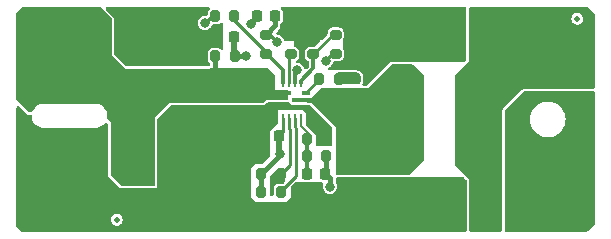
<source format=gtl>
G04 #@! TF.GenerationSoftware,KiCad,Pcbnew,8.0.5*
G04 #@! TF.CreationDate,2024-10-13T18:51:58+02:00*
G04 #@! TF.ProjectId,DCDC_converter,44434443-5f63-46f6-9e76-65727465722e,rev?*
G04 #@! TF.SameCoordinates,Original*
G04 #@! TF.FileFunction,Copper,L1,Top*
G04 #@! TF.FilePolarity,Positive*
%FSLAX46Y46*%
G04 Gerber Fmt 4.6, Leading zero omitted, Abs format (unit mm)*
G04 Created by KiCad (PCBNEW 8.0.5) date 2024-10-13 18:51:58*
%MOMM*%
%LPD*%
G01*
G04 APERTURE LIST*
G04 Aperture macros list*
%AMRoundRect*
0 Rectangle with rounded corners*
0 $1 Rounding radius*
0 $2 $3 $4 $5 $6 $7 $8 $9 X,Y pos of 4 corners*
0 Add a 4 corners polygon primitive as box body*
4,1,4,$2,$3,$4,$5,$6,$7,$8,$9,$2,$3,0*
0 Add four circle primitives for the rounded corners*
1,1,$1+$1,$2,$3*
1,1,$1+$1,$4,$5*
1,1,$1+$1,$6,$7*
1,1,$1+$1,$8,$9*
0 Add four rect primitives between the rounded corners*
20,1,$1+$1,$2,$3,$4,$5,0*
20,1,$1+$1,$4,$5,$6,$7,0*
20,1,$1+$1,$6,$7,$8,$9,0*
20,1,$1+$1,$8,$9,$2,$3,0*%
G04 Aperture macros list end*
G04 #@! TA.AperFunction,SMDPad,CuDef*
%ADD10R,2.413000X5.334000*%
G04 #@! TD*
G04 #@! TA.AperFunction,SMDPad,CuDef*
%ADD11C,0.500000*%
G04 #@! TD*
G04 #@! TA.AperFunction,SMDPad,CuDef*
%ADD12RoundRect,0.250000X0.250000X0.475000X-0.250000X0.475000X-0.250000X-0.475000X0.250000X-0.475000X0*%
G04 #@! TD*
G04 #@! TA.AperFunction,SMDPad,CuDef*
%ADD13RoundRect,0.200000X-0.200000X-0.275000X0.200000X-0.275000X0.200000X0.275000X-0.200000X0.275000X0*%
G04 #@! TD*
G04 #@! TA.AperFunction,SMDPad,CuDef*
%ADD14RoundRect,0.250000X-0.475000X0.250000X-0.475000X-0.250000X0.475000X-0.250000X0.475000X0.250000X0*%
G04 #@! TD*
G04 #@! TA.AperFunction,SMDPad,CuDef*
%ADD15RoundRect,0.200000X-0.275000X0.200000X-0.275000X-0.200000X0.275000X-0.200000X0.275000X0.200000X0*%
G04 #@! TD*
G04 #@! TA.AperFunction,SMDPad,CuDef*
%ADD16RoundRect,0.200000X0.275000X-0.200000X0.275000X0.200000X-0.275000X0.200000X-0.275000X-0.200000X0*%
G04 #@! TD*
G04 #@! TA.AperFunction,SMDPad,CuDef*
%ADD17RoundRect,0.225000X0.225000X0.250000X-0.225000X0.250000X-0.225000X-0.250000X0.225000X-0.250000X0*%
G04 #@! TD*
G04 #@! TA.AperFunction,ComponentPad*
%ADD18O,1.700000X1.700000*%
G04 #@! TD*
G04 #@! TA.AperFunction,ComponentPad*
%ADD19R,1.700000X1.700000*%
G04 #@! TD*
G04 #@! TA.AperFunction,SMDPad,CuDef*
%ADD20RoundRect,0.200000X0.200000X0.275000X-0.200000X0.275000X-0.200000X-0.275000X0.200000X-0.275000X0*%
G04 #@! TD*
G04 #@! TA.AperFunction,ComponentPad*
%ADD21R,1.600000X1.600000*%
G04 #@! TD*
G04 #@! TA.AperFunction,ComponentPad*
%ADD22C,1.600000*%
G04 #@! TD*
G04 #@! TA.AperFunction,SMDPad,CuDef*
%ADD23RoundRect,0.218750X-0.218750X-0.256250X0.218750X-0.256250X0.218750X0.256250X-0.218750X0.256250X0*%
G04 #@! TD*
G04 #@! TA.AperFunction,SMDPad,CuDef*
%ADD24RoundRect,0.225000X0.250000X-0.225000X0.250000X0.225000X-0.250000X0.225000X-0.250000X-0.225000X0*%
G04 #@! TD*
G04 #@! TA.AperFunction,SMDPad,CuDef*
%ADD25RoundRect,0.225000X-0.250000X0.225000X-0.250000X-0.225000X0.250000X-0.225000X0.250000X0.225000X0*%
G04 #@! TD*
G04 #@! TA.AperFunction,SMDPad,CuDef*
%ADD26R,1.500000X0.300000*%
G04 #@! TD*
G04 #@! TA.AperFunction,SMDPad,CuDef*
%ADD27R,0.250000X0.700000*%
G04 #@! TD*
G04 #@! TA.AperFunction,SMDPad,CuDef*
%ADD28R,0.700000X0.300000*%
G04 #@! TD*
G04 #@! TA.AperFunction,ViaPad*
%ADD29C,0.600000*%
G04 #@! TD*
G04 #@! TA.AperFunction,ViaPad*
%ADD30C,0.450000*%
G04 #@! TD*
G04 #@! TA.AperFunction,ViaPad*
%ADD31C,0.800000*%
G04 #@! TD*
G04 #@! TA.AperFunction,Conductor*
%ADD32C,0.400000*%
G04 #@! TD*
G04 #@! TA.AperFunction,Conductor*
%ADD33C,0.500000*%
G04 #@! TD*
G04 #@! TA.AperFunction,Conductor*
%ADD34C,0.300000*%
G04 #@! TD*
G04 #@! TA.AperFunction,Conductor*
%ADD35C,0.250000*%
G04 #@! TD*
G04 #@! TA.AperFunction,Conductor*
%ADD36C,1.000000*%
G04 #@! TD*
G04 #@! TA.AperFunction,Conductor*
%ADD37C,0.200000*%
G04 #@! TD*
G04 APERTURE END LIST*
D10*
X82561000Y-60000000D03*
X89800000Y-60000000D03*
D11*
X59000000Y-68500000D03*
X98000000Y-51500000D03*
D12*
X89654998Y-53640000D03*
X87755000Y-53640000D03*
D13*
X67312500Y-51275000D03*
X68962500Y-51275000D03*
D14*
X68772500Y-57735000D03*
X68772500Y-59634998D03*
D12*
X89704998Y-68460000D03*
X87805000Y-68460000D03*
D15*
X77537500Y-52820000D03*
X77537500Y-54470000D03*
D16*
X73732500Y-54475000D03*
X73732500Y-52825000D03*
D17*
X68922500Y-53050000D03*
X67372500Y-53050000D03*
D13*
X71242500Y-64655000D03*
X72892500Y-64655000D03*
X67327500Y-54660000D03*
X68977500Y-54660000D03*
D18*
X96577500Y-64830000D03*
D19*
X94037500Y-64830000D03*
D18*
X96577500Y-54670000D03*
D19*
X94037500Y-54670000D03*
D20*
X76722500Y-63125000D03*
X75072500Y-63125000D03*
D21*
X61317500Y-64440000D03*
D22*
X63817500Y-64440000D03*
D23*
X70850000Y-51275000D03*
X72425000Y-51275000D03*
D24*
X79182500Y-58095000D03*
X79182500Y-56545000D03*
D18*
X53397500Y-67370000D03*
D19*
X55937500Y-67370000D03*
D13*
X71242500Y-66115000D03*
X72892500Y-66115000D03*
X75072500Y-61665000D03*
X76722500Y-61665000D03*
D16*
X71605000Y-54475000D03*
X71605000Y-52825000D03*
D17*
X76672500Y-64655000D03*
X75122500Y-64655000D03*
D14*
X66812500Y-57735002D03*
X66812500Y-59635000D03*
D18*
X53397500Y-52130000D03*
D19*
X55937500Y-52130000D03*
D12*
X89704998Y-66500000D03*
X87805000Y-66500000D03*
X89654999Y-51680000D03*
X87755001Y-51680000D03*
D25*
X70482500Y-57925000D03*
X70482500Y-59475000D03*
D14*
X64852500Y-57735002D03*
X64852500Y-59635000D03*
D13*
X76142500Y-56565000D03*
X77792500Y-56565000D03*
D26*
X73012500Y-57755000D03*
X73012500Y-59055000D03*
D27*
X73062500Y-59855000D03*
X73562500Y-59855000D03*
X74062500Y-59855000D03*
X74562500Y-59855000D03*
D28*
X75012500Y-59055000D03*
D26*
X74612500Y-58405000D03*
D28*
X75012500Y-57755000D03*
D27*
X74562500Y-56955000D03*
X74062500Y-56955000D03*
X73562500Y-56955000D03*
X73062500Y-56955000D03*
D17*
X72742500Y-61395000D03*
X71192500Y-61395000D03*
D16*
X75637500Y-54470000D03*
X75637500Y-52820000D03*
D29*
X67750000Y-64250000D03*
X51550000Y-61150000D03*
X65100000Y-53000000D03*
X70125000Y-60725000D03*
X75700000Y-51250000D03*
X56350000Y-62450000D03*
X62250000Y-68500000D03*
X56800000Y-64900000D03*
X68950000Y-61400000D03*
X71675000Y-60150000D03*
X64650000Y-68500000D03*
X69550000Y-62600000D03*
X92975000Y-59350000D03*
X67750000Y-66650000D03*
X60300000Y-53000000D03*
X84550000Y-68500000D03*
X63900000Y-51800000D03*
X53950000Y-63700000D03*
X57550000Y-61150000D03*
X75825000Y-60025000D03*
X81300000Y-66500000D03*
X81775000Y-51250000D03*
X85750000Y-68500000D03*
X57550000Y-63700000D03*
X71675000Y-59250000D03*
X66300000Y-66650000D03*
X83125000Y-52650000D03*
X52000000Y-64900000D03*
X55150000Y-61150000D03*
X79650000Y-54800000D03*
X98000000Y-59350000D03*
X98000000Y-61750000D03*
X62700000Y-53000000D03*
X71750000Y-68500000D03*
X93250000Y-68025000D03*
X81775000Y-54050000D03*
X61500000Y-51800000D03*
X65850000Y-68500000D03*
X85750000Y-66500000D03*
X52775000Y-62450000D03*
X76937500Y-60800000D03*
X61500000Y-54200000D03*
X63900000Y-54200000D03*
X80325000Y-52650000D03*
X84550000Y-66500000D03*
X66550000Y-61400000D03*
X97400000Y-68025000D03*
X67150000Y-62600000D03*
X76187500Y-61950000D03*
X85900000Y-54050000D03*
X51550000Y-63700000D03*
X66300000Y-64250000D03*
X85900000Y-51250000D03*
X74150000Y-68500000D03*
X53950000Y-61150000D03*
X80100000Y-66500000D03*
X81300000Y-68500000D03*
X78100000Y-51250000D03*
X55150000Y-63700000D03*
X61050000Y-68500000D03*
X70550000Y-68500000D03*
X80100000Y-68500000D03*
X92975000Y-61750000D03*
X75350000Y-68500000D03*
X59800000Y-63650000D03*
X60400000Y-56850000D03*
X61000000Y-61250000D03*
X71650000Y-57850000D03*
X52200000Y-55175000D03*
X69700000Y-58300000D03*
X65900000Y-56150000D03*
X69500000Y-56150000D03*
X68900000Y-56900000D03*
X67800000Y-58300000D03*
X70100000Y-56900000D03*
X60400000Y-58550000D03*
X67100000Y-56150000D03*
X53400000Y-57800000D03*
X58200000Y-55175000D03*
X57000000Y-55175000D03*
X57000000Y-57800000D03*
X71350000Y-56900000D03*
X67700000Y-56900000D03*
X65300000Y-56900000D03*
D30*
X73300000Y-58125000D03*
D29*
X52200000Y-57800000D03*
X68300000Y-56150000D03*
X70800000Y-56150000D03*
X59800000Y-62450000D03*
X58200000Y-57800000D03*
X53400000Y-55175000D03*
X64700000Y-56150000D03*
X65850000Y-58300000D03*
X54600000Y-56600000D03*
X62000000Y-57650000D03*
X66500000Y-56900000D03*
D30*
X72575000Y-58125000D03*
D29*
X59800000Y-60050000D03*
X59800000Y-64850000D03*
X61000000Y-62450000D03*
X55800000Y-56600000D03*
D31*
X69950000Y-54650000D03*
X74287500Y-55837500D03*
X72850000Y-62950000D03*
X72587500Y-53450000D03*
X76737500Y-55050000D03*
D29*
X98700000Y-56650000D03*
X95950000Y-51750000D03*
X91450000Y-53900000D03*
X92075000Y-57250000D03*
D31*
X77037500Y-65700000D03*
D29*
X89550000Y-64925000D03*
X94750000Y-51750000D03*
X92575000Y-51750000D03*
X90925000Y-64925000D03*
D31*
X90650000Y-67500000D03*
X70337500Y-51912500D03*
X66450000Y-51850000D03*
D32*
X67327500Y-54660000D02*
X67327500Y-55960000D01*
D33*
X68922500Y-53050000D02*
X68922500Y-54605000D01*
D32*
X69940000Y-54660000D02*
X68977500Y-54660000D01*
D33*
X68922500Y-54605000D02*
X68977500Y-54660000D01*
D34*
X74062500Y-56062500D02*
X74062500Y-56955000D01*
D32*
X69950000Y-54650000D02*
X69940000Y-54660000D01*
D35*
X69950000Y-54650000D02*
X69630000Y-54650000D01*
D34*
X74287500Y-55837500D02*
X74062500Y-56062500D01*
D33*
X72737500Y-62800000D02*
X72887500Y-62950000D01*
D34*
X76737500Y-55050000D02*
X77317500Y-54470000D01*
D32*
X72850000Y-63047500D02*
X71242500Y-64655000D01*
D34*
X71962500Y-52825000D02*
X72587500Y-53450000D01*
D32*
X72687500Y-62845000D02*
X72687500Y-63155000D01*
D33*
X72737500Y-61400000D02*
X72737500Y-62800000D01*
D32*
X72425000Y-52005000D02*
X71605000Y-52825000D01*
D33*
X72742500Y-61395000D02*
X72737500Y-61400000D01*
D35*
X73062500Y-59855000D02*
X73062500Y-61045000D01*
D34*
X77317500Y-54470000D02*
X77537500Y-54470000D01*
D35*
X73062500Y-61045000D02*
X72712500Y-61395000D01*
D34*
X71605000Y-52825000D02*
X71962500Y-52825000D01*
D32*
X72425000Y-51275000D02*
X72425000Y-52005000D01*
X71242500Y-66115000D02*
X71242500Y-64655000D01*
X72850000Y-62950000D02*
X72850000Y-63047500D01*
D36*
X77937500Y-56500000D02*
X79137500Y-56500000D01*
D33*
X79122500Y-56565000D02*
X79137500Y-56550000D01*
D34*
X74667500Y-58350000D02*
X74612500Y-58405000D01*
D32*
X75218750Y-58350000D02*
X76181250Y-58350000D01*
D34*
X75218750Y-58350000D02*
X74667500Y-58350000D01*
D32*
X76687500Y-64650000D02*
X77037500Y-65000000D01*
X77037500Y-65000000D02*
X77037500Y-65700000D01*
X76722500Y-64615000D02*
X76687500Y-64650000D01*
X76722500Y-63125000D02*
X76722500Y-64615000D01*
D34*
X75072500Y-63135000D02*
X75087500Y-63150000D01*
X75072500Y-61665000D02*
X75072500Y-63135000D01*
D37*
X74562500Y-59855000D02*
X74562500Y-60525000D01*
X75337500Y-61350000D02*
X75087500Y-61600000D01*
X74562500Y-60525000D02*
X75337500Y-61300000D01*
X75087500Y-61600000D02*
X75087500Y-61650000D01*
D34*
X75122500Y-64655000D02*
X75122500Y-63135000D01*
X75122500Y-63135000D02*
X75087500Y-63100000D01*
D37*
X75337500Y-61300000D02*
X75337500Y-61350000D01*
D35*
X73687500Y-63900000D02*
X72937500Y-64650000D01*
X73687500Y-60887437D02*
X73687500Y-63900000D01*
X73562500Y-59855000D02*
X73562500Y-60762437D01*
X73562500Y-60762437D02*
X73687500Y-60887437D01*
X74062500Y-60626041D02*
X74187500Y-60751041D01*
X74187500Y-60751041D02*
X74187500Y-64800000D01*
X74062500Y-59855000D02*
X74062500Y-60626041D01*
X74187500Y-64800000D02*
X72887500Y-66100000D01*
X73562500Y-54645000D02*
X73732500Y-54475000D01*
X73562500Y-56955000D02*
X73562500Y-54645000D01*
X76142500Y-56565000D02*
X76142500Y-56625000D01*
X76142500Y-56625000D02*
X75012500Y-57755000D01*
D34*
X68962500Y-51275000D02*
X68962500Y-51631739D01*
D35*
X71605000Y-54475000D02*
X71745000Y-54475000D01*
D34*
X71745000Y-54475000D02*
X73062500Y-55792500D01*
X68962500Y-51631739D02*
X71745000Y-54414239D01*
X73062500Y-55792500D02*
X73062500Y-56955000D01*
X71745000Y-54414239D02*
X71745000Y-54475000D01*
X74562500Y-56747500D02*
X74562500Y-56955000D01*
X75637500Y-54470000D02*
X75637500Y-55672500D01*
D35*
X75637500Y-54470000D02*
X75562500Y-54395000D01*
D34*
X75637500Y-55672500D02*
X74562500Y-56747500D01*
D35*
X77537500Y-52820000D02*
X77287500Y-52820000D01*
X75562500Y-54395000D02*
X75562500Y-54385000D01*
X77287500Y-52820000D02*
X75637500Y-54470000D01*
X70850000Y-51400000D02*
X70337500Y-51912500D01*
X66450000Y-51850000D02*
X67025000Y-51275000D01*
D34*
X70850000Y-51275000D02*
X70850000Y-51400000D01*
X67025000Y-51275000D02*
X67312500Y-51275000D01*
G04 #@! TA.AperFunction,Conductor*
G36*
X57658303Y-50520185D02*
G01*
X57678565Y-50536440D01*
X57891416Y-50747472D01*
X57912943Y-50776101D01*
X57931816Y-50810664D01*
X57931820Y-50810670D01*
X57966860Y-50857477D01*
X57966864Y-50857481D01*
X57966871Y-50857491D01*
X57966878Y-50857498D01*
X58558181Y-51448801D01*
X58591666Y-51510124D01*
X58594500Y-51536482D01*
X58594500Y-54448638D01*
X58595678Y-54470618D01*
X58598511Y-54496965D01*
X58598512Y-54496967D01*
X58622470Y-54573478D01*
X58622471Y-54573483D01*
X58636872Y-54599855D01*
X58655956Y-54634805D01*
X58655958Y-54634808D01*
X58655960Y-54634811D01*
X58690998Y-54681615D01*
X58691002Y-54681619D01*
X58691009Y-54681629D01*
X58691016Y-54681636D01*
X59618365Y-55608986D01*
X59618366Y-55608987D01*
X59634716Y-55623674D01*
X59634730Y-55623686D01*
X59634738Y-55623693D01*
X59643136Y-55630460D01*
X59655379Y-55640327D01*
X59726424Y-55677490D01*
X59793456Y-55697173D01*
X59793458Y-55697173D01*
X59793464Y-55697175D01*
X59851362Y-55705500D01*
X59851366Y-55705500D01*
X66802991Y-55705500D01*
X66803000Y-55705500D01*
X66846684Y-55700803D01*
X66884488Y-55692579D01*
X66898174Y-55689602D01*
X66898190Y-55689598D01*
X66898195Y-55689597D01*
X66908373Y-55687110D01*
X66987305Y-55645048D01*
X67046129Y-55630481D01*
X71698285Y-55649785D01*
X71765241Y-55669748D01*
X71786236Y-55686896D01*
X72401967Y-56313821D01*
X72434899Y-56375443D01*
X72437500Y-56400709D01*
X72437500Y-57525000D01*
X73413500Y-57525000D01*
X73480539Y-57544685D01*
X73526294Y-57597489D01*
X73537500Y-57649000D01*
X73537500Y-58220500D01*
X73517815Y-58287539D01*
X73465011Y-58333294D01*
X73413500Y-58344500D01*
X73346389Y-58344500D01*
X73330292Y-58345132D01*
X73309725Y-58346750D01*
X73290278Y-58346750D01*
X73269710Y-58345132D01*
X73253611Y-58344500D01*
X73253598Y-58344500D01*
X72621402Y-58344500D01*
X72621389Y-58344500D01*
X72605292Y-58345132D01*
X72584725Y-58346750D01*
X72565278Y-58346750D01*
X72544710Y-58345132D01*
X72528611Y-58344500D01*
X72528598Y-58344500D01*
X71801362Y-58344500D01*
X71801361Y-58344500D01*
X71779381Y-58345678D01*
X71753034Y-58348511D01*
X71753032Y-58348512D01*
X71676521Y-58372470D01*
X71676516Y-58372471D01*
X71615188Y-58405960D01*
X71568384Y-58440998D01*
X71568363Y-58441016D01*
X71451199Y-58558181D01*
X71389876Y-58591666D01*
X71363518Y-58594500D01*
X69784307Y-58594500D01*
X69773892Y-58594872D01*
X69772528Y-58594921D01*
X69768100Y-58595000D01*
X69631900Y-58595000D01*
X69627472Y-58594921D01*
X69626107Y-58594872D01*
X69615693Y-58594500D01*
X67884307Y-58594500D01*
X67873892Y-58594872D01*
X67872528Y-58594921D01*
X67868100Y-58595000D01*
X67731900Y-58595000D01*
X67727472Y-58594921D01*
X67726107Y-58594872D01*
X67715693Y-58594500D01*
X65934307Y-58594500D01*
X65923892Y-58594872D01*
X65922528Y-58594921D01*
X65918100Y-58595000D01*
X65781900Y-58595000D01*
X65777472Y-58594921D01*
X65776107Y-58594872D01*
X65765693Y-58594500D01*
X63601362Y-58594500D01*
X63601361Y-58594500D01*
X63579381Y-58595678D01*
X63546979Y-58599163D01*
X63546916Y-58598578D01*
X63533117Y-58600000D01*
X63437500Y-58600000D01*
X62913244Y-59146099D01*
X62911473Y-59147906D01*
X62341014Y-59718365D01*
X62341012Y-59718366D01*
X62326325Y-59734716D01*
X62326302Y-59734743D01*
X62309675Y-59755376D01*
X62309669Y-59755386D01*
X62295516Y-59782442D01*
X62275095Y-59810837D01*
X62237501Y-59849998D01*
X62237500Y-59850001D01*
X62237500Y-65520500D01*
X62217815Y-65587539D01*
X62165011Y-65633294D01*
X62113500Y-65644500D01*
X59433362Y-65644500D01*
X59366323Y-65624815D01*
X59345681Y-65608181D01*
X58573819Y-64836319D01*
X58540334Y-64774996D01*
X58537500Y-64748638D01*
X58537500Y-60290000D01*
X58537499Y-60289999D01*
X58224313Y-59980110D01*
X58190504Y-59918965D01*
X58188058Y-59880525D01*
X58190887Y-59850001D01*
X58204786Y-59700000D01*
X58187678Y-59515371D01*
X58136935Y-59337029D01*
X58134684Y-59332509D01*
X58096649Y-59256124D01*
X58054286Y-59171048D01*
X57942546Y-59023080D01*
X57942544Y-59023077D01*
X57805519Y-58898163D01*
X57805517Y-58898161D01*
X57647875Y-58800553D01*
X57647869Y-58800551D01*
X57474973Y-58733571D01*
X57292710Y-58699500D01*
X57265892Y-58699500D01*
X52865892Y-58699500D01*
X52800000Y-58699500D01*
X52707290Y-58699500D01*
X52525027Y-58733571D01*
X52525024Y-58733571D01*
X52525024Y-58733572D01*
X52352130Y-58800551D01*
X52352124Y-58800553D01*
X52194482Y-58898161D01*
X52194480Y-58898163D01*
X52057455Y-59023077D01*
X51945714Y-59171047D01*
X51890829Y-59281272D01*
X51843326Y-59332509D01*
X51779829Y-59350000D01*
X51551362Y-59350000D01*
X51484323Y-59330315D01*
X51463681Y-59313681D01*
X50536819Y-58386819D01*
X50503334Y-58325496D01*
X50500500Y-58299138D01*
X50500500Y-50996195D01*
X50520185Y-50929156D01*
X50536434Y-50908900D01*
X50904932Y-50537198D01*
X50966110Y-50503449D01*
X50992992Y-50500500D01*
X57591264Y-50500500D01*
X57658303Y-50520185D01*
G37*
G04 #@! TD.AperFunction*
G04 #@! TA.AperFunction,Conductor*
G36*
X88543039Y-50520185D02*
G01*
X88588794Y-50572989D01*
X88600000Y-50624500D01*
X88600000Y-54848638D01*
X88580315Y-54915677D01*
X88563681Y-54936319D01*
X88386319Y-55113681D01*
X88324996Y-55147166D01*
X88298638Y-55150000D01*
X82149999Y-55150000D01*
X80186319Y-57113681D01*
X80124996Y-57147166D01*
X80098638Y-57150000D01*
X79918780Y-57150000D01*
X79851741Y-57130315D01*
X79805986Y-57077511D01*
X79796042Y-57008353D01*
X79808295Y-56969706D01*
X79818659Y-56949364D01*
X79842219Y-56903126D01*
X79842219Y-56903124D01*
X79842220Y-56903123D01*
X79858000Y-56803493D01*
X79858000Y-56286506D01*
X79842220Y-56186878D01*
X79842219Y-56186876D01*
X79842219Y-56186874D01*
X79781028Y-56066780D01*
X79781026Y-56066778D01*
X79781023Y-56066774D01*
X79685725Y-55971476D01*
X79685722Y-55971474D01*
X79685720Y-55971472D01*
X79604100Y-55929884D01*
X79565623Y-55910279D01*
X79527176Y-55904190D01*
X79477688Y-55884822D01*
X79469308Y-55879223D01*
X79341832Y-55826421D01*
X79341822Y-55826418D01*
X79206495Y-55799500D01*
X79206493Y-55799500D01*
X77868507Y-55799500D01*
X77868505Y-55799500D01*
X77733178Y-55826418D01*
X77733174Y-55826419D01*
X77699013Y-55840569D01*
X77649223Y-55849985D01*
X77024789Y-55838203D01*
X76958133Y-55817257D01*
X76913382Y-55763599D01*
X76904745Y-55694266D01*
X76934964Y-55631269D01*
X76979674Y-55599664D01*
X77040341Y-55574536D01*
X77165782Y-55478282D01*
X77262036Y-55352841D01*
X77322544Y-55206762D01*
X77326289Y-55178313D01*
X77354555Y-55114417D01*
X77412880Y-55075946D01*
X77449228Y-55070499D01*
X77844017Y-55070499D01*
X77844018Y-55070499D01*
X77937804Y-55055646D01*
X78050842Y-54998050D01*
X78140550Y-54908342D01*
X78198146Y-54795304D01*
X78198146Y-54795302D01*
X78198147Y-54795301D01*
X78212999Y-54701524D01*
X78213000Y-54701519D01*
X78212999Y-54238482D01*
X78201526Y-54166037D01*
X78200000Y-54146641D01*
X78200000Y-53147728D01*
X78201624Y-53147728D01*
X78200927Y-53127744D01*
X78212999Y-53051523D01*
X78213000Y-53051519D01*
X78212999Y-52588482D01*
X78198146Y-52494696D01*
X78140550Y-52381658D01*
X78140546Y-52381654D01*
X78140545Y-52381652D01*
X78050847Y-52291954D01*
X78050844Y-52291952D01*
X78050842Y-52291950D01*
X77970303Y-52250913D01*
X77937801Y-52234352D01*
X77844024Y-52219500D01*
X77230982Y-52219500D01*
X77150019Y-52232323D01*
X77137196Y-52234354D01*
X77024158Y-52291950D01*
X77024157Y-52291951D01*
X77024152Y-52291954D01*
X76934454Y-52381652D01*
X76934451Y-52381657D01*
X76934450Y-52381658D01*
X76915251Y-52419337D01*
X76876852Y-52494698D01*
X76862000Y-52588475D01*
X76862000Y-52733810D01*
X76842315Y-52800849D01*
X76825681Y-52821491D01*
X76437269Y-53209902D01*
X76375946Y-53243387D01*
X76352688Y-53246182D01*
X76200000Y-53249999D01*
X76200000Y-53395810D01*
X76180315Y-53462849D01*
X76163681Y-53483491D01*
X75813990Y-53833181D01*
X75752667Y-53866666D01*
X75726309Y-53869500D01*
X75330982Y-53869500D01*
X75250019Y-53882323D01*
X75237196Y-53884354D01*
X75124158Y-53941950D01*
X75124157Y-53941951D01*
X75124152Y-53941954D01*
X75034454Y-54031652D01*
X75034451Y-54031657D01*
X75034450Y-54031658D01*
X75022209Y-54055682D01*
X74976852Y-54144698D01*
X74962000Y-54238475D01*
X74962000Y-54701517D01*
X74972792Y-54769657D01*
X74976854Y-54795304D01*
X75034450Y-54908342D01*
X75034452Y-54908344D01*
X75034454Y-54908347D01*
X75124152Y-54998045D01*
X75124156Y-54998048D01*
X75124158Y-54998050D01*
X75219297Y-55046526D01*
X75270091Y-55094499D01*
X75287000Y-55157009D01*
X75287000Y-55475955D01*
X75267315Y-55542994D01*
X75250681Y-55563636D01*
X75079575Y-55734742D01*
X75018252Y-55768227D01*
X74948560Y-55763243D01*
X74892627Y-55721371D01*
X74876389Y-55687942D01*
X74875654Y-55688247D01*
X74838962Y-55599664D01*
X74812036Y-55534659D01*
X74715782Y-55409218D01*
X74590341Y-55312964D01*
X74444262Y-55252456D01*
X74421196Y-55249419D01*
X74293529Y-55232611D01*
X74229633Y-55204344D01*
X74191162Y-55146019D01*
X74190331Y-55076155D01*
X74227403Y-55016932D01*
X74238417Y-55009426D01*
X74237950Y-55008783D01*
X74245835Y-55003053D01*
X74245842Y-55003050D01*
X74335550Y-54913342D01*
X74393146Y-54800304D01*
X74393146Y-54800302D01*
X74393147Y-54800301D01*
X74407999Y-54706524D01*
X74408000Y-54706519D01*
X74407999Y-54243482D01*
X74393146Y-54149696D01*
X74335550Y-54036658D01*
X74335546Y-54036654D01*
X74335545Y-54036652D01*
X74245847Y-53946954D01*
X74245844Y-53946952D01*
X74245842Y-53946950D01*
X74132804Y-53889354D01*
X74132802Y-53889353D01*
X74132801Y-53889353D01*
X74104600Y-53884886D01*
X74041466Y-53854956D01*
X74004536Y-53795644D01*
X74000000Y-53762413D01*
X74000000Y-53400000D01*
X73295344Y-53400000D01*
X73228305Y-53380315D01*
X73182550Y-53327511D01*
X73174939Y-53301009D01*
X73174647Y-53301088D01*
X73172544Y-53293243D01*
X73172544Y-53293238D01*
X73112036Y-53147159D01*
X73015782Y-53021718D01*
X72890341Y-52925464D01*
X72744262Y-52864956D01*
X72723851Y-52862268D01*
X72637082Y-52850845D01*
X72573186Y-52822578D01*
X72565587Y-52815587D01*
X72537681Y-52787681D01*
X72504196Y-52726358D01*
X72509180Y-52656666D01*
X72537681Y-52612319D01*
X72655303Y-52494697D01*
X72850000Y-52300000D01*
X72850000Y-51969262D01*
X72869685Y-51902223D01*
X72887920Y-51883128D01*
X72886350Y-51881558D01*
X72893248Y-51874659D01*
X72893251Y-51874658D01*
X72987158Y-51780751D01*
X73047451Y-51662420D01*
X73047451Y-51662418D01*
X73047452Y-51662417D01*
X73063000Y-51564251D01*
X73063000Y-50985748D01*
X73047452Y-50887582D01*
X73047451Y-50887580D01*
X72987158Y-50769249D01*
X72987154Y-50769245D01*
X72987153Y-50769243D01*
X72930091Y-50712181D01*
X72896606Y-50650858D01*
X72901590Y-50581166D01*
X72943462Y-50525233D01*
X73008926Y-50500816D01*
X73017772Y-50500500D01*
X88476000Y-50500500D01*
X88543039Y-50520185D01*
G37*
G04 #@! TD.AperFunction*
G04 #@! TA.AperFunction,Conductor*
G36*
X66813284Y-50520185D02*
G01*
X66859039Y-50572989D01*
X66868983Y-50642147D01*
X66839958Y-50705703D01*
X66833926Y-50712181D01*
X66784454Y-50761652D01*
X66784451Y-50761657D01*
X66726852Y-50874698D01*
X66712000Y-50968475D01*
X66712000Y-51076311D01*
X66692315Y-51143350D01*
X66675680Y-51163993D01*
X66621683Y-51217989D01*
X66560360Y-51251473D01*
X66517818Y-51253246D01*
X66450001Y-51244318D01*
X66449999Y-51244318D01*
X66293239Y-51264955D01*
X66293237Y-51264956D01*
X66147160Y-51325463D01*
X66021718Y-51421718D01*
X65925463Y-51547160D01*
X65864956Y-51693237D01*
X65864955Y-51693239D01*
X65844318Y-51849998D01*
X65844318Y-51850001D01*
X65864955Y-52006760D01*
X65864956Y-52006762D01*
X65925464Y-52152841D01*
X66021718Y-52278282D01*
X66147159Y-52374536D01*
X66293238Y-52435044D01*
X66371619Y-52445363D01*
X66449999Y-52455682D01*
X66450000Y-52455682D01*
X66450001Y-52455682D01*
X66502254Y-52448802D01*
X66606762Y-52435044D01*
X66752841Y-52374536D01*
X66878282Y-52278282D01*
X66974536Y-52152841D01*
X67026642Y-52027045D01*
X67070481Y-51972643D01*
X67136775Y-51950578D01*
X67141153Y-51950499D01*
X67544018Y-51950499D01*
X67637804Y-51935646D01*
X67750842Y-51878050D01*
X67750847Y-51878045D01*
X67788319Y-51840574D01*
X67849642Y-51807089D01*
X67919334Y-51812073D01*
X67975267Y-51853945D01*
X67999684Y-51919409D01*
X68000000Y-51928255D01*
X68000000Y-53991745D01*
X67980315Y-54058784D01*
X67927511Y-54104539D01*
X67858353Y-54114483D01*
X67794797Y-54085458D01*
X67788319Y-54079426D01*
X67765847Y-54056954D01*
X67765844Y-54056952D01*
X67765842Y-54056950D01*
X67689017Y-54017805D01*
X67652801Y-53999352D01*
X67559024Y-53984500D01*
X67095982Y-53984500D01*
X67015019Y-53997323D01*
X67002196Y-53999354D01*
X66889158Y-54056950D01*
X66889157Y-54056951D01*
X66889152Y-54056954D01*
X66799454Y-54146652D01*
X66799451Y-54146657D01*
X66741852Y-54259698D01*
X66727000Y-54353475D01*
X66727000Y-54966517D01*
X66737457Y-55032543D01*
X66741854Y-55060304D01*
X66799450Y-55173342D01*
X66889158Y-55263050D01*
X66889160Y-55263051D01*
X66890681Y-55264572D01*
X66924166Y-55325895D01*
X66927000Y-55352254D01*
X66927000Y-55376000D01*
X66907315Y-55443039D01*
X66854511Y-55488794D01*
X66803000Y-55500000D01*
X59851362Y-55500000D01*
X59784323Y-55480315D01*
X59763681Y-55463681D01*
X58836319Y-54536319D01*
X58802834Y-54474996D01*
X58800000Y-54448638D01*
X58800000Y-51400000D01*
X58112181Y-50712181D01*
X58078696Y-50650858D01*
X58083680Y-50581166D01*
X58125552Y-50525233D01*
X58191016Y-50500816D01*
X58199862Y-50500500D01*
X66746245Y-50500500D01*
X66813284Y-50520185D01*
G37*
G04 #@! TD.AperFunction*
G04 #@! TA.AperFunction,Conductor*
G36*
X73180539Y-64319685D02*
G01*
X73226294Y-64372489D01*
X73237500Y-64424000D01*
X73237500Y-65238311D01*
X73217815Y-65305350D01*
X73201184Y-65325988D01*
X73127398Y-65399774D01*
X73123991Y-65403182D01*
X73062667Y-65436666D01*
X73036310Y-65439500D01*
X72660982Y-65439500D01*
X72580019Y-65452323D01*
X72567196Y-65454354D01*
X72454158Y-65511950D01*
X72454157Y-65511951D01*
X72454152Y-65511954D01*
X72364454Y-65601652D01*
X72364451Y-65601657D01*
X72306852Y-65714698D01*
X72292000Y-65808475D01*
X72292001Y-66376000D01*
X72272317Y-66443039D01*
X72219513Y-66488794D01*
X72168001Y-66500000D01*
X72061500Y-66500000D01*
X71994461Y-66480315D01*
X71948706Y-66427511D01*
X71937500Y-66376000D01*
X71937500Y-64861057D01*
X71957185Y-64794018D01*
X71985896Y-64762772D01*
X72554070Y-64325715D01*
X72619209Y-64300442D01*
X72629674Y-64300000D01*
X73113500Y-64300000D01*
X73180539Y-64319685D01*
G37*
G04 #@! TD.AperFunction*
G04 #@! TA.AperFunction,Conductor*
G36*
X84108485Y-55375185D02*
G01*
X84127970Y-55390678D01*
X84962528Y-56203708D01*
X84996811Y-56264587D01*
X85000000Y-56292526D01*
X85000000Y-63431716D01*
X84980315Y-63498755D01*
X84963407Y-63519671D01*
X83817488Y-64658455D01*
X83756061Y-64691748D01*
X83730081Y-64694500D01*
X77674000Y-64694500D01*
X77673992Y-64694500D01*
X77670692Y-64694678D01*
X77670682Y-64694500D01*
X77670679Y-64694500D01*
X77670679Y-64694435D01*
X77670638Y-64693684D01*
X77605964Y-64681997D01*
X77554840Y-64634373D01*
X77537500Y-64571129D01*
X77537500Y-60650000D01*
X75473819Y-58586319D01*
X75440334Y-58524996D01*
X75437500Y-58498638D01*
X75437500Y-58301362D01*
X75457185Y-58234323D01*
X75473819Y-58213681D01*
X76301181Y-57386319D01*
X76362504Y-57352834D01*
X76388862Y-57350000D01*
X79871658Y-57350000D01*
X79889305Y-57351262D01*
X79892745Y-57351756D01*
X79918780Y-57355500D01*
X79918781Y-57355500D01*
X80098639Y-57355500D01*
X80101180Y-57355363D01*
X80120607Y-57354322D01*
X80120614Y-57354321D01*
X80120618Y-57354321D01*
X80153021Y-57350837D01*
X80153083Y-57351421D01*
X80166883Y-57350000D01*
X80287500Y-57350000D01*
X82245681Y-55391819D01*
X82307004Y-55358334D01*
X82333362Y-55355500D01*
X84041446Y-55355500D01*
X84108485Y-55375185D01*
G37*
G04 #@! TD.AperFunction*
G04 #@! TA.AperFunction,Conductor*
G36*
X72547994Y-58551526D02*
G01*
X72556248Y-58552834D01*
X72574999Y-58555804D01*
X72575000Y-58555804D01*
X72575001Y-58555804D01*
X72593752Y-58552834D01*
X72602005Y-58551526D01*
X72621402Y-58550000D01*
X73253598Y-58550000D01*
X73272994Y-58551526D01*
X73281248Y-58552834D01*
X73299999Y-58555804D01*
X73300000Y-58555804D01*
X73300001Y-58555804D01*
X73318752Y-58552834D01*
X73327005Y-58551526D01*
X73346402Y-58550000D01*
X73548638Y-58550000D01*
X73615677Y-58569685D01*
X73636319Y-58586319D01*
X73649405Y-58599405D01*
X73665725Y-58623828D01*
X73666849Y-58623078D01*
X73717947Y-58699552D01*
X73762262Y-58729162D01*
X73784269Y-58743867D01*
X73784271Y-58743867D01*
X73793880Y-58747847D01*
X73797335Y-58748895D01*
X73799997Y-58749997D01*
X73800000Y-58750000D01*
X73802889Y-58750000D01*
X73827082Y-58752383D01*
X73842751Y-58755500D01*
X75291638Y-58755500D01*
X75358677Y-58775185D01*
X75379319Y-58791819D01*
X77201181Y-60613681D01*
X77234666Y-60675004D01*
X77237500Y-60701362D01*
X77237500Y-62126000D01*
X77217815Y-62193039D01*
X77165011Y-62238794D01*
X77113500Y-62250000D01*
X76011500Y-62250000D01*
X75944461Y-62230315D01*
X75898706Y-62177511D01*
X75887500Y-62126000D01*
X75887500Y-61400000D01*
X75073819Y-60586319D01*
X75040334Y-60524996D01*
X75037500Y-60498638D01*
X75037500Y-59500000D01*
X74787500Y-59250000D01*
X72650000Y-59250000D01*
X72650000Y-60198638D01*
X72630315Y-60265677D01*
X72613681Y-60286319D01*
X71950000Y-60949999D01*
X71950000Y-63098638D01*
X71930315Y-63165677D01*
X71913681Y-63186319D01*
X71336319Y-63763681D01*
X71274996Y-63797166D01*
X71248638Y-63800000D01*
X70749999Y-63800000D01*
X70400000Y-64149999D01*
X70400000Y-64150000D01*
X70400000Y-66650000D01*
X70750000Y-67000000D01*
X73350000Y-67000000D01*
X73750000Y-66600000D01*
X73750000Y-65749187D01*
X73769685Y-65682148D01*
X73786316Y-65661509D01*
X74111506Y-65336318D01*
X74172829Y-65302834D01*
X74199187Y-65300000D01*
X74705717Y-65300000D01*
X74755050Y-65311843D01*
X74755096Y-65311704D01*
X74756867Y-65312279D01*
X74762009Y-65313514D01*
X74764374Y-65314719D01*
X74764376Y-65314719D01*
X74764378Y-65314720D01*
X74864007Y-65330500D01*
X74864012Y-65330500D01*
X75380993Y-65330500D01*
X75480621Y-65314720D01*
X75480621Y-65314719D01*
X75480626Y-65314719D01*
X75482991Y-65313514D01*
X75488132Y-65312279D01*
X75489904Y-65311704D01*
X75489949Y-65311843D01*
X75539283Y-65300000D01*
X76255717Y-65300000D01*
X76305050Y-65311843D01*
X76305096Y-65311704D01*
X76306867Y-65312279D01*
X76312009Y-65313514D01*
X76314374Y-65314719D01*
X76314375Y-65314719D01*
X76314377Y-65314720D01*
X76377426Y-65324706D01*
X76440561Y-65354635D01*
X76477492Y-65413947D01*
X76476494Y-65483809D01*
X76472589Y-65494631D01*
X76452457Y-65543234D01*
X76452455Y-65543239D01*
X76431818Y-65699998D01*
X76431818Y-65700001D01*
X76452455Y-65856760D01*
X76452456Y-65856762D01*
X76512964Y-66002841D01*
X76609218Y-66128282D01*
X76734659Y-66224536D01*
X76880738Y-66285044D01*
X76959119Y-66295363D01*
X77037499Y-66305682D01*
X77037500Y-66305682D01*
X77037501Y-66305682D01*
X77089754Y-66298802D01*
X77194262Y-66285044D01*
X77340341Y-66224536D01*
X77465782Y-66128282D01*
X77562036Y-66002841D01*
X77622544Y-65856762D01*
X77643182Y-65700000D01*
X77622544Y-65543238D01*
X77562036Y-65397159D01*
X77559439Y-65390889D01*
X77550000Y-65343436D01*
X77550000Y-65024000D01*
X77569685Y-64956961D01*
X77622489Y-64911206D01*
X77674000Y-64900000D01*
X88348638Y-64900000D01*
X88415677Y-64919685D01*
X88436319Y-64936319D01*
X88613681Y-65113681D01*
X88647166Y-65175004D01*
X88650000Y-65201362D01*
X88650000Y-69375500D01*
X88630315Y-69442539D01*
X88577511Y-69488294D01*
X88526000Y-69499500D01*
X51000862Y-69499500D01*
X50933823Y-69479815D01*
X50913181Y-69463181D01*
X50536819Y-69086819D01*
X50503334Y-69025496D01*
X50500500Y-68999138D01*
X50500500Y-68500000D01*
X58494353Y-68500000D01*
X58514834Y-68642456D01*
X58574622Y-68773371D01*
X58574623Y-68773373D01*
X58668872Y-68882143D01*
X58789947Y-68959953D01*
X58789950Y-68959954D01*
X58789949Y-68959954D01*
X58897107Y-68991417D01*
X58923400Y-68999138D01*
X58928036Y-69000499D01*
X58928038Y-69000500D01*
X58928039Y-69000500D01*
X59071962Y-69000500D01*
X59071962Y-69000499D01*
X59210053Y-68959953D01*
X59331128Y-68882143D01*
X59425377Y-68773373D01*
X59485165Y-68642457D01*
X59505647Y-68500000D01*
X59485165Y-68357543D01*
X59425377Y-68226627D01*
X59331128Y-68117857D01*
X59210053Y-68040047D01*
X59210051Y-68040046D01*
X59210049Y-68040045D01*
X59210050Y-68040045D01*
X59071963Y-67999500D01*
X59071961Y-67999500D01*
X58928039Y-67999500D01*
X58928036Y-67999500D01*
X58789949Y-68040045D01*
X58668873Y-68117856D01*
X58574623Y-68226626D01*
X58574622Y-68226628D01*
X58514834Y-68357543D01*
X58494353Y-68500000D01*
X50500500Y-68500000D01*
X50500500Y-58999862D01*
X50520185Y-58932823D01*
X50572989Y-58887068D01*
X50642147Y-58877124D01*
X50705703Y-58906149D01*
X50712181Y-58912181D01*
X51400000Y-59600000D01*
X51672907Y-59600000D01*
X51739946Y-59619685D01*
X51785701Y-59672489D01*
X51796378Y-59712559D01*
X51812321Y-59884628D01*
X51863064Y-60062968D01*
X51863069Y-60062981D01*
X51945714Y-60228952D01*
X52057455Y-60376922D01*
X52194480Y-60501836D01*
X52194482Y-60501838D01*
X52352124Y-60599446D01*
X52352125Y-60599446D01*
X52352128Y-60599448D01*
X52525027Y-60666429D01*
X52707290Y-60700500D01*
X52707292Y-60700500D01*
X57292708Y-60700500D01*
X57292710Y-60700500D01*
X57474973Y-60666429D01*
X57647872Y-60599448D01*
X57805519Y-60501837D01*
X57942546Y-60376920D01*
X58000538Y-60300124D01*
X58056645Y-60258491D01*
X58126357Y-60253798D01*
X58187172Y-60287172D01*
X58263681Y-60363681D01*
X58297166Y-60425004D01*
X58300000Y-60451362D01*
X58300000Y-64900000D01*
X59250000Y-65850000D01*
X62450000Y-65850000D01*
X62450000Y-59951362D01*
X62469685Y-59884323D01*
X62486319Y-59863681D01*
X63513681Y-58836319D01*
X63575004Y-58802834D01*
X63601362Y-58800000D01*
X65765693Y-58800000D01*
X65772684Y-58800500D01*
X65778039Y-58800500D01*
X65927316Y-58800500D01*
X65934307Y-58800000D01*
X67715693Y-58800000D01*
X67722684Y-58800500D01*
X67728039Y-58800500D01*
X67877316Y-58800500D01*
X67884307Y-58800000D01*
X69615693Y-58800000D01*
X69622684Y-58800500D01*
X69628039Y-58800500D01*
X69777316Y-58800500D01*
X69784307Y-58800000D01*
X71500000Y-58800000D01*
X71713681Y-58586319D01*
X71775004Y-58552834D01*
X71801362Y-58550000D01*
X72528598Y-58550000D01*
X72547994Y-58551526D01*
G37*
G04 #@! TD.AperFunction*
G04 #@! TA.AperFunction,Conductor*
G36*
X99442539Y-57619685D02*
G01*
X99488294Y-57672489D01*
X99499500Y-57724000D01*
X99499500Y-68799138D01*
X99479815Y-68866177D01*
X99463181Y-68886819D01*
X98886819Y-69463181D01*
X98825496Y-69496666D01*
X98799138Y-69499500D01*
X91974000Y-69499500D01*
X91906961Y-69479815D01*
X91861206Y-69427011D01*
X91850000Y-69375500D01*
X91850000Y-59999994D01*
X93994357Y-59999994D01*
X93994357Y-60000005D01*
X94014890Y-60247812D01*
X94014892Y-60247824D01*
X94075936Y-60488881D01*
X94175826Y-60716606D01*
X94311833Y-60924782D01*
X94311836Y-60924785D01*
X94480256Y-61107738D01*
X94676491Y-61260474D01*
X94895190Y-61378828D01*
X95130386Y-61459571D01*
X95375665Y-61500500D01*
X95624335Y-61500500D01*
X95869614Y-61459571D01*
X96104810Y-61378828D01*
X96323509Y-61260474D01*
X96519744Y-61107738D01*
X96688164Y-60924785D01*
X96824173Y-60716607D01*
X96924063Y-60488881D01*
X96985108Y-60247821D01*
X96985109Y-60247812D01*
X97005643Y-60000005D01*
X97005643Y-59999994D01*
X96985109Y-59752187D01*
X96985107Y-59752175D01*
X96924063Y-59511118D01*
X96824173Y-59283393D01*
X96688166Y-59075217D01*
X96666557Y-59051744D01*
X96519744Y-58892262D01*
X96323509Y-58739526D01*
X96323507Y-58739525D01*
X96323506Y-58739524D01*
X96104811Y-58621172D01*
X96104802Y-58621169D01*
X95869616Y-58540429D01*
X95624335Y-58499500D01*
X95375665Y-58499500D01*
X95130383Y-58540429D01*
X94895197Y-58621169D01*
X94895188Y-58621172D01*
X94676493Y-58739524D01*
X94480257Y-58892261D01*
X94311833Y-59075217D01*
X94175826Y-59283393D01*
X94075936Y-59511118D01*
X94014892Y-59752175D01*
X94014890Y-59752187D01*
X93994357Y-59999994D01*
X91850000Y-59999994D01*
X91850000Y-59301362D01*
X91869685Y-59234323D01*
X91886319Y-59213681D01*
X93463681Y-57636319D01*
X93525004Y-57602834D01*
X93551362Y-57600000D01*
X99375500Y-57600000D01*
X99442539Y-57619685D01*
G37*
G04 #@! TD.AperFunction*
G04 #@! TA.AperFunction,Conductor*
G36*
X98866177Y-50520185D02*
G01*
X98886819Y-50536819D01*
X99463181Y-51113181D01*
X99496666Y-51174504D01*
X99499500Y-51200862D01*
X99499500Y-57270500D01*
X99479815Y-57337539D01*
X99427011Y-57383294D01*
X99375500Y-57394500D01*
X93551361Y-57394500D01*
X93529381Y-57395678D01*
X93503034Y-57398511D01*
X93503032Y-57398512D01*
X93426521Y-57422470D01*
X93426516Y-57422471D01*
X93365188Y-57455960D01*
X93318384Y-57490998D01*
X93318363Y-57491016D01*
X91741013Y-59068365D01*
X91741012Y-59068366D01*
X91726325Y-59084716D01*
X91726313Y-59084730D01*
X91709672Y-59105379D01*
X91672509Y-59176424D01*
X91652826Y-59243456D01*
X91644500Y-59301365D01*
X91644500Y-69375500D01*
X91624815Y-69442539D01*
X91572011Y-69488294D01*
X91520500Y-69499500D01*
X88979500Y-69499500D01*
X88912461Y-69479815D01*
X88866706Y-69427011D01*
X88855500Y-69375500D01*
X88855500Y-65201361D01*
X88854321Y-65179381D01*
X88851488Y-65153035D01*
X88843165Y-65126453D01*
X88837500Y-65089401D01*
X88837500Y-65050000D01*
X88774554Y-64987054D01*
X88762969Y-64973685D01*
X88758993Y-64968374D01*
X88758991Y-64968371D01*
X88758986Y-64968366D01*
X88758980Y-64968359D01*
X88581637Y-64791016D01*
X88578176Y-64787907D01*
X88565262Y-64776307D01*
X88565254Y-64776301D01*
X88565249Y-64776296D01*
X88562938Y-64774434D01*
X88553064Y-64765564D01*
X87673819Y-63886319D01*
X87640334Y-63824996D01*
X87637500Y-63798638D01*
X87637500Y-56301362D01*
X87657185Y-56234323D01*
X87673819Y-56213681D01*
X88837500Y-55050000D01*
X88846201Y-51500000D01*
X97494353Y-51500000D01*
X97514834Y-51642456D01*
X97554522Y-51729359D01*
X97574623Y-51773373D01*
X97668872Y-51882143D01*
X97789947Y-51959953D01*
X97789950Y-51959954D01*
X97789949Y-51959954D01*
X97928036Y-52000499D01*
X97928038Y-52000500D01*
X97928039Y-52000500D01*
X98071962Y-52000500D01*
X98071962Y-52000499D01*
X98210053Y-51959953D01*
X98331128Y-51882143D01*
X98425377Y-51773373D01*
X98485165Y-51642457D01*
X98505647Y-51500000D01*
X98485165Y-51357543D01*
X98425377Y-51226627D01*
X98331128Y-51117857D01*
X98210053Y-51040047D01*
X98210051Y-51040046D01*
X98210049Y-51040045D01*
X98210050Y-51040045D01*
X98071963Y-50999500D01*
X98071961Y-50999500D01*
X97928039Y-50999500D01*
X97928036Y-50999500D01*
X97789949Y-51040045D01*
X97668873Y-51117856D01*
X97574623Y-51226626D01*
X97574622Y-51226628D01*
X97514834Y-51357543D01*
X97494353Y-51500000D01*
X88846201Y-51500000D01*
X88848347Y-50624195D01*
X88868196Y-50557205D01*
X88921112Y-50511580D01*
X88972347Y-50500500D01*
X98799138Y-50500500D01*
X98866177Y-50520185D01*
G37*
G04 #@! TD.AperFunction*
M02*

</source>
